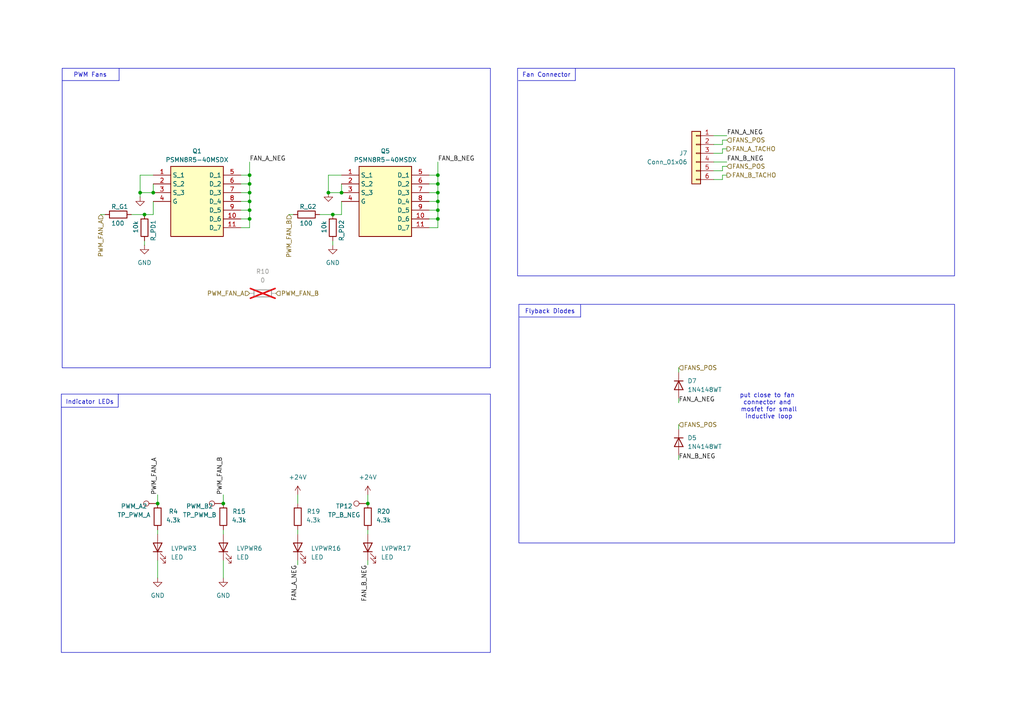
<source format=kicad_sch>
(kicad_sch (version 20250114) (generator "eeschema") (generator_version "9.0")
  (paper "A4")
  (lib_symbols
    (symbol "Connector:TestPoint" (pin_numbers (hide yes)) (pin_names (offset 0.762) (hide yes))
      (property "Reference" "TP" (at 0 6.858 0))
      (property "Value" "TestPoint" (at 0 5.08 0))
      (symbol "TestPoint_0_1"
        (circle (center 0 3.302) (radius 0.762))
      )
      (symbol "TestPoint_1_1"
        (pin passive line (at 0 0 90) (length 2.54) (name "1") (number "1"))
      )
    )
    (symbol "Connector_Generic:Conn_01x06" (pin_names (offset 1.016) (hide yes))
      (property "Reference" "J" (at 0 7.62 0))
      (property "Value" "Conn_01x06" (at 0 -10.16 0))
      (symbol "Conn_01x06_1_1"
        (rectangle (start -1.27 6.35) (end 1.27 -8.89) (stroke (width 0.254)) (fill (type background)))
        (rectangle (start -1.27 5.207) (end 0 4.953) (stroke (width 0.1524)))
        (rectangle (start -1.27 2.667) (end 0 2.413) (stroke (width 0.1524)))
        (rectangle (start -1.27 0.127) (end 0 -0.127) (stroke (width 0.1524)))
        (rectangle (start -1.27 -2.413) (end 0 -2.667) (stroke (width 0.1524)))
        (rectangle (start -1.27 -4.953) (end 0 -5.207) (stroke (width 0.1524)))
        (rectangle (start -1.27 -7.493) (end 0 -7.747) (stroke (width 0.1524)))
        (pin passive line (at -5.08 5.08 0) (length 3.81) (name "Pin_1") (number "1"))
        (pin passive line (at -5.08 2.54 0) (length 3.81) (name "Pin_2") (number "2"))
        (pin passive line (at -5.08 0 0) (length 3.81) (name "Pin_3") (number "3"))
        (pin passive line (at -5.08 -2.54 0) (length 3.81) (name "Pin_4") (number "4"))
        (pin passive line (at -5.08 -5.08 0) (length 3.81) (name "Pin_5") (number "5"))
        (pin passive line (at -5.08 -7.62 0) (length 3.81) (name "Pin_6") (number "6"))
      )
    )
    (symbol "Device:LED" (pin_numbers (hide yes)) (pin_names (offset 1.016) (hide yes))
      (property "Reference" "D" (at 0 2.54 0))
      (property "Value" "LED" (at 0 -2.54 0))
      (symbol "LED_0_1"
        (polyline (pts (xy -3.048 -0.762) (xy -4.572 -2.286) (xy -3.81 -2.286) (xy -4.572 -2.286) (xy -4.572 -1.524)))
        (polyline (pts (xy -1.778 -0.762) (xy -3.302 -2.286) (xy -2.54 -2.286) (xy -3.302 -2.286) (xy -3.302 -1.524)))
        (polyline (pts (xy -1.27 0) (xy 1.27 0)))
        (polyline (pts (xy -1.27 -1.27) (xy -1.27 1.27)) (stroke (width 0.254)))
        (polyline (pts (xy 1.27 -1.27) (xy 1.27 1.27) (xy -1.27 0) (xy 1.27 -1.27)) (stroke (width 0.254)))
      )
      (symbol "LED_1_1"
        (pin passive line (at -3.81 0 0) (length 2.54) (name "K") (number "1"))
        (pin passive line (at 3.81 0 180) (length 2.54) (name "A") (number "2"))
      )
    )
    (symbol "Device:R" (pin_numbers (hide yes)) (pin_names (offset 0))
      (property "Reference" "R" (at 2.032 0 90))
      (property "Value" "R" (at 0 0 90))
      (symbol "R_0_1"
        (rectangle (start -1.016 -2.54) (end 1.016 2.54) (stroke (width 0.254)))
      )
      (symbol "R_1_1"
        (pin passive line (at 0 3.81 270) (length 1.27) (name "~") (number "1"))
        (pin passive line (at 0 -3.81 90) (length 1.27) (name "~") (number "2"))
      )
    )
    (symbol "Diode:1N4148WT" (pin_numbers (hide yes)) (pin_names (hide yes))
      (property "Reference" "D" (at 0 2.54 0))
      (property "Value" "1N4148WT" (at 0 -2.54 0))
      (symbol "1N4148WT_0_1"
        (polyline (pts (xy -1.27 1.27) (xy -1.27 -1.27)) (stroke (width 0.254)))
        (polyline (pts (xy 1.27 1.27) (xy 1.27 -1.27) (xy -1.27 0) (xy 1.27 1.27)) (stroke (width 0.254)))
        (polyline (pts (xy 1.27 0) (xy -1.27 0)))
      )
      (symbol "1N4148WT_1_1"
        (pin passive line (at -3.81 0 0) (length 2.54) (name "K") (number "1"))
        (pin passive line (at 3.81 0 180) (length 2.54) (name "A") (number "2"))
      )
    )
    (symbol "UTSVT_Power:PSMN8R5-40MSDX"
      (property "Reference" "Q" (at 21.59 7.62 0))
      (property "Value" "PSMN8R5-40MSDX" (at 21.59 5.08 0))
      (symbol "PSMN8R5-40MSDX_1_1"
        (rectangle (start 5.08 2.54) (end 20.32 -17.78) (stroke (width 0.254)) (fill (type background)))
        (pin passive line (at 0 0 0) (length 5.08) (name "S_1") (number "1"))
        (pin passive line (at 0 -2.54 0) (length 5.08) (name "S_2") (number "2"))
        (pin passive line (at 0 -5.08 0) (length 5.08) (name "S_3") (number "3"))
        (pin passive line (at 0 -7.62 0) (length 5.08) (name "G") (number "4"))
        (pin passive line (at 25.4 0 180) (length 5.08) (name "D_1") (number "5"))
        (pin passive line (at 25.4 -2.54 180) (length 5.08) (name "D_2") (number "6"))
        (pin passive line (at 25.4 -5.08 180) (length 5.08) (name "D_3") (number "7"))
        (pin passive line (at 25.4 -7.62 180) (length 5.08) (name "D_4") (number "8"))
        (pin passive line (at 25.4 -10.16 180) (length 5.08) (name "D_5") (number "9"))
        (pin passive line (at 25.4 -12.7 180) (length 5.08) (name "D_6") (number "10"))
        (pin passive line (at 25.4 -15.24 180) (length 5.08) (name "D_7") (number "11"))
      )
    )
    (symbol "power:+24V" (power) (pin_numbers (hide yes)) (pin_names (offset 0) (hide yes))
      (property "Value" "+24V" (at 0 3.556 0))
      (symbol "+24V_0_1"
        (polyline (pts (xy -0.762 1.27) (xy 0 2.54)))
        (polyline (pts (xy 0 2.54) (xy 0.762 1.27)))
        (polyline (pts (xy 0 0) (xy 0 2.54)))
      )
      (symbol "+24V_1_1"
        (pin power_in line (at 0 0 90) (length 0) (name "~") (number "1"))
      )
    )
    (symbol "power:GND" (power) (pin_numbers (hide yes)) (pin_names (offset 0) (hide yes))
      (property "Value" "GND" (at 0 -3.81 0))
      (symbol "GND_0_1"
        (polyline (pts (xy 0 0) (xy 0 -1.27) (xy 1.27 -1.27) (xy 0 -2.54) (xy -1.27 -1.27) (xy 0 -1.27)))
      )
      (symbol "GND_1_1"
        (pin power_in line (at 0 0 270) (length 0) (name "~") (number "1"))
      )
    )
  )
  (rectangle (start 18.034 19.812) (end 142.24 106.68))
  (rectangle (start 150.495 88.265) (end 276.86 157.48))
  (rectangle (start 150.114 19.812) (end 276.86 80.01))
  (rectangle (start 17.78 114.3) (end 142.24 189.23))
  (text "Fan Connector" (at 158.496 21.844 0) (effects (font (size 1.27 1.27))))
  (text "Indicator LEDs" (at 26.035 116.713 0) (effects (font (size 1.27 1.27))))
  (text "Flyback Diodes" (at 159.512 90.424 0) (effects (font (size 1.27 1.27))))
  (text "PWM Fans" (at 26.162 21.844 0) (effects (font (size 1.27 1.27))))
  (text "put close to fan \nconnector and \nmosfet for small\ninductive loop" (at 223.012 117.856 0) (effects (font (size 1.27 1.27))))
  (junction (at 127 50.8))
  (junction (at 44.45 55.88))
  (junction (at 127 55.88))
  (junction (at 96.52 62.23))
  (junction (at 72.39 58.42))
  (junction (at 64.77 146.05))
  (junction (at 127 60.96))
  (junction (at 41.91 62.23))
  (junction (at 72.39 55.88))
  (junction (at 72.39 60.96))
  (junction (at 72.39 50.8))
  (junction (at 72.39 63.5))
  (junction (at 127 53.34))
  (junction (at 72.39 53.34))
  (junction (at 99.06 55.88))
  (junction (at 127 58.42))
  (junction (at 40.64 55.88))
  (junction (at 45.72 146.05))
  (junction (at 95.25 55.88))
  (junction (at 127 63.5))
  (junction (at 106.68 146.05))
  (wire (pts (xy 106.68 163.83) (xy 106.68 162.56)))
  (wire (pts (xy 124.46 60.96) (xy 127 60.96)))
  (wire (pts (xy 69.85 58.42) (xy 72.39 58.42)))
  (wire (pts (xy 40.64 55.88) (xy 40.64 57.15)))
  (wire (pts (xy 209.55 50.8) (xy 209.55 52.07)))
  (wire (pts (xy 207.01 39.37) (xy 210.82 39.37)))
  (wire (pts (xy 127 58.42) (xy 127 60.96)))
  (wire (pts (xy 209.55 48.26) (xy 209.55 49.53)))
  (wire (pts (xy 127 60.96) (xy 127 63.5)))
  (wire (pts (xy 72.39 63.5) (xy 72.39 66.04)))
  (polyline (pts (xy 150.622 91.948) (xy 168.402 91.948)))
  (wire (pts (xy 41.91 62.23) (xy 44.45 62.23)))
  (polyline (pts (xy 168.402 88.392) (xy 168.402 91.948)))
  (wire (pts (xy 124.46 63.5) (xy 127 63.5)))
  (wire (pts (xy 69.85 53.34) (xy 72.39 53.34)))
  (wire (pts (xy 72.39 66.04) (xy 69.85 66.04)))
  (wire (pts (xy 207.01 46.99) (xy 210.82 46.99)))
  (wire (pts (xy 69.85 55.88) (xy 72.39 55.88)))
  (wire (pts (xy 209.55 40.64) (xy 209.55 41.91)))
  (wire (pts (xy 127 55.88) (xy 127 58.42)))
  (wire (pts (xy 86.36 163.83) (xy 86.36 162.56)))
  (wire (pts (xy 45.72 153.67) (xy 45.72 154.94)))
  (wire (pts (xy 209.55 50.8) (xy 210.82 50.8)))
  (wire (pts (xy 209.55 48.26) (xy 210.82 48.26)))
  (wire (pts (xy 44.45 50.8) (xy 40.64 50.8)))
  (polyline (pts (xy 166.878 19.812) (xy 166.878 23.368)))
  (wire (pts (xy 64.77 143.51) (xy 64.77 146.05)))
  (wire (pts (xy 124.46 58.42) (xy 127 58.42)))
  (wire (pts (xy 196.85 106.68) (xy 196.85 107.95)))
  (polyline (pts (xy 34.29 114.3) (xy 34.29 118.11)))
  (wire (pts (xy 45.72 162.56) (xy 45.72 167.64)))
  (wire (pts (xy 72.39 46.99) (xy 72.39 50.8)))
  (wire (pts (xy 44.45 53.34) (xy 44.45 55.88)))
  (wire (pts (xy 40.64 55.88) (xy 44.45 55.88)))
  (wire (pts (xy 44.45 58.42) (xy 44.45 62.23)))
  (wire (pts (xy 69.85 50.8) (xy 72.39 50.8)))
  (wire (pts (xy 83.82 62.23) (xy 85.09 62.23)))
  (wire (pts (xy 72.39 53.34) (xy 72.39 55.88)))
  (wire (pts (xy 96.52 62.23) (xy 99.06 62.23)))
  (wire (pts (xy 106.68 154.94) (xy 106.68 153.67)))
  (wire (pts (xy 69.85 60.96) (xy 72.39 60.96)))
  (wire (pts (xy 127 63.5) (xy 127 66.04)))
  (wire (pts (xy 196.85 133.35) (xy 196.85 132.08)))
  (wire (pts (xy 99.06 50.8) (xy 95.25 50.8)))
  (wire (pts (xy 127 46.99) (xy 127 50.8)))
  (wire (pts (xy 209.55 40.64) (xy 210.82 40.64)))
  (wire (pts (xy 86.36 146.05) (xy 86.36 143.51)))
  (wire (pts (xy 72.39 50.8) (xy 72.39 53.34)))
  (wire (pts (xy 41.91 69.85) (xy 41.91 71.12)))
  (wire (pts (xy 127 53.34) (xy 127 55.88)))
  (wire (pts (xy 209.55 44.45) (xy 207.01 44.45)))
  (wire (pts (xy 40.64 50.8) (xy 40.64 55.88)))
  (wire (pts (xy 124.46 53.34) (xy 127 53.34)))
  (wire (pts (xy 209.55 52.07) (xy 207.01 52.07)))
  (polyline (pts (xy 150.368 23.368) (xy 166.878 23.368)))
  (wire (pts (xy 209.55 49.53) (xy 207.01 49.53)))
  (polyline (pts (xy 17.78 118.11) (xy 34.29 118.11)))
  (wire (pts (xy 92.71 62.23) (xy 96.52 62.23)))
  (wire (pts (xy 96.52 69.85) (xy 96.52 71.12)))
  (wire (pts (xy 64.77 162.56) (xy 64.77 167.64)))
  (wire (pts (xy 196.85 116.84) (xy 196.85 115.57)))
  (wire (pts (xy 124.46 55.88) (xy 127 55.88)))
  (polyline (pts (xy 34.544 19.812) (xy 34.544 23.368)))
  (polyline (pts (xy 18.034 23.368) (xy 34.544 23.368)))
  (wire (pts (xy 209.55 43.18) (xy 210.82 43.18)))
  (wire (pts (xy 127 50.8) (xy 127 53.34)))
  (wire (pts (xy 38.1 62.23) (xy 41.91 62.23)))
  (wire (pts (xy 29.21 62.23) (xy 30.48 62.23)))
  (wire (pts (xy 106.68 143.51) (xy 106.68 146.05)))
  (wire (pts (xy 72.39 58.42) (xy 72.39 60.96)))
  (wire (pts (xy 95.25 50.8) (xy 95.25 55.88)))
  (wire (pts (xy 209.55 41.91) (xy 207.01 41.91)))
  (wire (pts (xy 45.72 143.51) (xy 45.72 146.05)))
  (wire (pts (xy 72.39 55.88) (xy 72.39 58.42)))
  (wire (pts (xy 99.06 53.34) (xy 99.06 55.88)))
  (wire (pts (xy 196.85 123.19) (xy 196.85 124.46)))
  (wire (pts (xy 86.36 154.94) (xy 86.36 153.67)))
  (wire (pts (xy 95.25 55.88) (xy 99.06 55.88)))
  (wire (pts (xy 99.06 58.42) (xy 99.06 62.23)))
  (wire (pts (xy 69.85 63.5) (xy 72.39 63.5)))
  (wire (pts (xy 127 66.04) (xy 124.46 66.04)))
  (wire (pts (xy 124.46 50.8) (xy 127 50.8)))
  (wire (pts (xy 209.55 43.18) (xy 209.55 44.45)))
  (wire (pts (xy 72.39 60.96) (xy 72.39 63.5)))
  (wire (pts (xy 64.77 153.67) (xy 64.77 154.94)))
  (label "FAN_A_NEG" (at 210.82 39.37 0))
  (label "FAN_B_NEG" (at 196.85 133.35 0))
  (label "PWM_FAN_B" (at 64.77 143.51 90))
  (label "FAN_B_NEG" (at 210.82 46.99 0))
  (label "FAN_B_NEG" (at 106.68 163.83 270))
  (label "FAN_A_NEG" (at 86.36 163.83 270))
  (label "FAN_B_NEG" (at 127 46.99 0))
  (label "PWM_FAN_A" (at 45.72 143.51 90))
  (label "FAN_A_NEG" (at 72.39 46.99 0))
  (label "FAN_A_NEG" (at 196.85 116.84 0))
  (hierarchical_label "FANS_POS" (shape input) (at 196.85 106.68 0))
  (hierarchical_label "PWM_FAN_B" (shape input) (at 83.82 62.23 270))
  (hierarchical_label "FAN_B_TACHO" (shape output) (at 210.82 50.8 0))
  (hierarchical_label "PWM_FAN_B" (shape input) (at 80.01 85.09 0))
  (hierarchical_label "FANS_POS" (shape input) (at 210.82 40.64 0))
  (hierarchical_label "PWM_FAN_A" (shape input) (at 72.39 85.09 180))
  (hierarchical_label "FANS_POS" (shape input) (at 210.82 48.26 0))
  (hierarchical_label "PWM_FAN_A" (shape input) (at 29.21 62.23 270))
  (hierarchical_label "FANS_POS" (shape input) (at 196.85 123.19 0))
  (hierarchical_label "FAN_A_TACHO" (shape output) (at 210.82 43.18 0))
  (symbol (lib_id "Device:R") (at 96.52 66.04 180) (unit 1)
    (property "Reference" "R_PD2" (at 99.06 63.754 90) (effects (justify left)))
    (property "Value" "10k" (at 93.98 64.008 90) (effects (justify left)))
    (property "Footprint" "Resistor_SMD:R_0603_1608Metric_Pad0.98x0.95mm_HandSolder" (effects (hide yes)))
    (property "Description" "Resistor" (effects (hide yes)))
    (property "Manufacturer_Part_Number" "CRCW060310K0FKEI " (effects (hide yes)))
  )
  (symbol (lib_id "UTSVT_Power:PSMN8R5-40MSDX") (at 44.45 50.8 0) (unit 1)
    (property "Reference" "Q1" (at 57.15 43.815 0))
    (property "Value" "PSMN8R5-40MSDX" (at 57.15 46.355 0))
    (property "Footprint" "UTSVT_Power:PSMN8R5-40MSDX" (effects (hide yes)))
    (property "Datasheet" "https://assets.nexperia.com/documents/data-sheet/PSMN8R5-40MSD.pdf" (effects (hide yes)))
    (property "Description" "MOSFETs PSMN8R5-40MSD/SOT1210/mLFPAK" (effects (hide yes)))
    (property "Height" "1" (effects (hide yes)))
    (property "Mouser Part Number" "771-PSMN8R5-40MSDX" (effects (hide yes)))
    (property "Mouser Price/Stock" "https://www.mouser.co.uk/ProductDetail/Nexperia/PSMN8R5-40MSDX?qs=vHuUswq2%252BswjdnYdBdHaPw%3D%3D" (effects (hide yes)))
    (property "Manufacturer_Name" "Nexperia" (effects (hide yes)))
    (property "Manufacturer_Part_Number" "PSMN8R5-40MSDX" (effects (hide yes)))
  )
  (symbol (lib_id "Device:LED") (at 86.36 158.75 90) (unit 1)
    (property "Reference" "LVPWR16" (at 90.17 159.0674 90) (effects (justify right)))
    (property "Value" "LED" (at 90.17 161.6074 90) (effects (justify right)))
    (property "Footprint" "LED_SMD:LED_0603_1608Metric" (effects (hide yes)))
    (property "Description" "Light emitting diode" (effects (hide yes)))
    (property "Sim.Pins" "1=K 2=A" (effects (hide yes)))
  )
  (symbol (lib_id "power:GND") (at 41.91 71.12 0) (unit 1)
    (property "Reference" "#PWR019" (effects (hide yes)))
    (property "Value" "GND" (at 41.91 76.2 0))
    (property "Description" "Power symbol creates a global label with name \"GND\" , ground" (effects (hide yes)))
  )
  (symbol (lib_id "power:GND") (at 96.52 71.12 0) (unit 1)
    (property "Reference" "#PWR08" (effects (hide yes)))
    (property "Value" "GND" (at 96.52 76.2 0))
    (property "Description" "Power symbol creates a global label with name \"GND\" , ground" (effects (hide yes)))
  )
  (symbol (lib_id "power:+24V") (at 106.68 143.51 0) (unit 1)
    (property "Reference" "#PWR062" (effects (hide yes)))
    (property "Value" "+24V" (at 106.68 138.43 0))
    (property "Description" "Power symbol creates a global label with name \"+24V\"" (effects (hide yes)))
  )
  (symbol (lib_id "Device:R") (at 106.68 149.86 180) (unit 1)
    (property "Reference" "R20" (at 111.252 148.336 0))
    (property "Value" "4.3k" (at 111.252 150.876 0))
    (property "Footprint" "Resistor_SMD:R_0603_1608Metric_Pad0.98x0.95mm_HandSolder" (effects (hide yes)))
    (property "Description" "Resistor" (effects (hide yes)))
    (property "Manufacturer_Part_Number" "CRCW06034K30FKEA" (effects (hide yes)))
  )
  (symbol (lib_id "Device:LED") (at 64.77 158.75 90) (unit 1)
    (property "Reference" "LVPWR6" (at 68.58 159.0674 90) (effects (justify right)))
    (property "Value" "LED" (at 68.58 161.6074 90) (effects (justify right)))
    (property "Footprint" "LED_SMD:LED_0603_1608Metric" (effects (hide yes)))
    (property "Description" "Light emitting diode" (effects (hide yes)))
    (property "Sim.Pins" "1=K 2=A" (effects (hide yes)))
  )
  (symbol (lib_id "power:GND") (at 40.64 57.15 0) (unit 1)
    (property "Reference" "#PWR055" (effects (hide yes)))
    (property "Value" "GND" (effects (hide yes)))
    (property "Description" "Power symbol creates a global label with name \"GND\" , ground" (effects (hide yes)))
  )
  (symbol (lib_id "power:GND") (at 64.77 167.64 0) (unit 1)
    (property "Reference" "#PWR035" (effects (hide yes)))
    (property "Value" "GND" (at 64.77 172.72 0))
    (property "Description" "Power symbol creates a global label with name \"GND\" , ground" (effects (hide yes)))
  )
  (symbol (lib_id "Device:R") (at 34.29 62.23 270) (unit 1)
    (property "Reference" "R_G1" (at 32.258 59.944 90) (effects (justify left)))
    (property "Value" "100" (at 32.258 64.77 90) (effects (justify left)))
    (property "Footprint" "Resistor_SMD:R_0603_1608Metric_Pad0.98x0.95mm_HandSolder" (effects (hide yes)))
    (property "Description" "Resistor" (effects (hide yes)))
    (property "Manufacturer_Part_Number" "CRCW0603120RFKEC " (effects (hide yes)))
  )
  (symbol (lib_id "Device:R") (at 64.77 149.86 180) (unit 1)
    (property "Reference" "R15" (at 69.342 148.336 0))
    (property "Value" "4.3k" (at 69.342 150.876 0))
    (property "Footprint" "Resistor_SMD:R_0603_1608Metric_Pad0.98x0.95mm_HandSolder" (effects (hide yes)))
    (property "Description" "Resistor" (effects (hide yes)))
    (property "Manufacturer_Part_Number" "CRCW06034K30FKEA" (effects (hide yes)))
  )
  (symbol (lib_id "Device:R") (at 88.9 62.23 270) (unit 1)
    (property "Reference" "R_G2" (at 86.868 59.944 90) (effects (justify left)))
    (property "Value" "100" (at 86.868 64.77 90) (effects (justify left)))
    (property "Footprint" "Resistor_SMD:R_0603_1608Metric_Pad0.98x0.95mm_HandSolder" (effects (hide yes)))
    (property "Description" "Resistor" (effects (hide yes)))
    (property "Manufacturer_Part_Number" "CRCW0603120RFKEC " (effects (hide yes)))
  )
  (symbol (lib_id "Connector:TestPoint") (at 106.68 146.05 90) (unit 1) (in_bom no)
    (property "Reference" "TP12" (at 99.822 146.812 90))
    (property "Value" "TP_B_NEG" (at 99.822 149.352 90))
    (property "Footprint" "TestPoint:TestPoint_Pad_1.0x1.0mm" (effects (hide yes)))
    (property "Description" "test point" (effects (hide yes)))
  )
  (symbol (lib_id "Diode:1N4148WT") (at 196.85 111.76 270) (unit 1)
    (property "Reference" "D7" (at 199.39 110.4899 90) (effects (justify left)))
    (property "Value" "1N4148WT" (at 199.39 113.0299 90) (effects (justify left)))
    (property "Footprint" "Diode_SMD:D_SOD-523" (effects (hide yes)))
    (property "Datasheet" "https://www.diodes.com/assets/Datasheets/ds30396.pdf" (effects (hide yes)))
    (property "Description" "75V 0.15A Fast switching Diode, SOD-523" (effects (hide yes)))
    (property "Sim.Device" "D" (effects (hide yes)))
    (property "Sim.Pins" "1=K 2=A" (effects (hide yes)))
    (property "Manufacturer_Part_Number" "NCD0603R1" (effects (hide yes)))
    (property "Mouser Part Number" "637-1N4148WT" (effects (hide yes)))
  )
  (symbol (lib_id "Device:LED") (at 45.72 158.75 90) (unit 1)
    (property "Reference" "LVPWR3" (at 49.53 159.0674 90) (effects (justify right)))
    (property "Value" "LED" (at 49.53 161.6074 90) (effects (justify right)))
    (property "Footprint" "LED_SMD:LED_0603_1608Metric" (effects (hide yes)))
    (property "Description" "Light emitting diode" (effects (hide yes)))
    (property "Sim.Pins" "1=K 2=A" (effects (hide yes)))
  )
  (symbol (lib_id "power:+24V") (at 86.36 143.51 0) (unit 1)
    (property "Reference" "#PWR061" (effects (hide yes)))
    (property "Value" "+24V" (at 86.36 138.43 0))
    (property "Description" "Power symbol creates a global label with name \"+24V\"" (effects (hide yes)))
  )
  (symbol (lib_id "Connector:TestPoint") (at 45.72 146.05 90) (unit 1) (in_bom no)
    (property "Reference" "PWM_A2" (at 38.862 146.812 90))
    (property "Value" "TP_PWM_A" (at 38.862 149.352 90))
    (property "Footprint" "TestPoint:TestPoint_Pad_1.0x1.0mm" (effects (hide yes)))
    (property "Description" "test point" (effects (hide yes)))
  )
  (symbol (lib_id "Device:R") (at 45.72 149.86 180) (unit 1)
    (property "Reference" "R4" (at 50.292 148.336 0))
    (property "Value" "4.3k" (at 50.292 150.876 0))
    (property "Footprint" "Resistor_SMD:R_0603_1608Metric_Pad0.98x0.95mm_HandSolder" (effects (hide yes)))
    (property "Description" "Resistor" (effects (hide yes)))
    (property "Manufacturer_Part_Number" "CRCW06034K30FKEA" (effects (hide yes)))
  )
  (symbol (lib_id "Device:R") (at 86.36 149.86 180) (unit 1)
    (property "Reference" "R19" (at 90.932 148.336 0))
    (property "Value" "4.3k" (at 90.932 150.876 0))
    (property "Footprint" "Resistor_SMD:R_0603_1608Metric_Pad0.98x0.95mm_HandSolder" (effects (hide yes)))
    (property "Description" "Resistor" (effects (hide yes)))
    (property "Manufacturer_Part_Number" "CRCW06034K30FKEA" (effects (hide yes)))
  )
  (symbol (lib_id "Device:LED") (at 106.68 158.75 90) (unit 1)
    (property "Reference" "LVPWR17" (at 110.49 159.0674 90) (effects (justify right)))
    (property "Value" "LED" (at 110.49 161.6074 90) (effects (justify right)))
    (property "Footprint" "LED_SMD:LED_0603_1608Metric" (effects (hide yes)))
    (property "Description" "Light emitting diode" (effects (hide yes)))
    (property "Sim.Pins" "1=K 2=A" (effects (hide yes)))
  )
  (symbol (lib_id "Device:R") (at 41.91 66.04 180) (unit 1)
    (property "Reference" "R_PD1" (at 44.45 63.754 90) (effects (justify left)))
    (property "Value" "10k" (at 39.37 64.008 90) (effects (justify left)))
    (property "Footprint" "Resistor_SMD:R_0603_1608Metric_Pad0.98x0.95mm_HandSolder" (effects (hide yes)))
    (property "Description" "Resistor" (effects (hide yes)))
    (property "Manufacturer_Part_Number" "CRCW060310K0FKEI " (effects (hide yes)))
  )
  (symbol (lib_id "Connector_Generic:Conn_01x06") (at 201.93 44.45 0) (mirror y) (unit 1)
    (property "Reference" "J7" (at 199.39 44.4499 0) (effects (justify left)))
    (property "Value" "Conn_01x06" (at 199.39 46.9899 0) (effects (justify left)))
    (property "Footprint" "Connector_Molex:Molex_Nano-Fit_105309-xx06_1x06_P2.50mm_Vertical" (effects (hide yes)))
    (property "Description" "Generic connector, single row, 01x06, script generated (kicad-library-utils/schlib/autogen/connector/)" (effects (hide yes)))
    (property "Mouser Part Number" "538-105309-1206" (effects (hide yes)))
  )
  (symbol (lib_id "power:GND") (at 95.25 55.88 0) (unit 1)
    (property "Reference" "#PWR026" (effects (hide yes)))
    (property "Value" "GND" (effects (hide yes)))
    (property "Description" "Power symbol creates a global label with name \"GND\" , ground" (effects (hide yes)))
  )
  (symbol (lib_id "Diode:1N4148WT") (at 196.85 128.27 270) (unit 1)
    (property "Reference" "D5" (at 199.39 126.9999 90) (effects (justify left)))
    (property "Value" "1N4148WT" (at 199.39 129.5399 90) (effects (justify left)))
    (property "Footprint" "Diode_SMD:D_SOD-523" (effects (hide yes)))
    (property "Datasheet" "https://www.diodes.com/assets/Datasheets/ds30396.pdf" (effects (hide yes)))
    (property "Description" "75V 0.15A Fast switching Diode, SOD-523" (effects (hide yes)))
    (property "Sim.Device" "D" (effects (hide yes)))
    (property "Sim.Pins" "1=K 2=A" (effects (hide yes)))
    (property "Manufacturer_Part_Number" "NCD0603R1" (effects (hide yes)))
    (property "Mouser Part Number" "637-1N4148WT" (effects (hide yes)))
  )
  (symbol (lib_id "Connector:TestPoint") (at 64.77 146.05 90) (unit 1) (in_bom no)
    (property "Reference" "PWM_B2" (at 57.912 146.812 90))
    (property "Value" "TP_PWM_B" (at 57.912 149.352 90))
    (property "Footprint" "TestPoint:TestPoint_Pad_1.0x1.0mm" (effects (hide yes)))
    (property "Description" "test point" (effects (hide yes)))
  )
  (symbol (lib_id "Device:R") (at 76.2 85.09 90) (unit 1) (dnp yes)
    (property "Reference" "R10" (at 76.2 78.74 90))
    (property "Value" "0" (at 76.2 81.28 90))
    (property "Footprint" "Resistor_SMD:R_0603_1608Metric_Pad0.98x0.95mm_HandSolder" (effects (hide yes)))
    (property "Description" "Resistor" (effects (hide yes)))
    (property "Manufacturer_Part_Number" "CRCW06030000Z0EE" (effects (hide yes)))
  )
  (symbol (lib_id "power:GND") (at 45.72 167.64 0) (unit 1)
    (property "Reference" "#PWR016" (effects (hide yes)))
    (property "Value" "GND" (at 45.72 172.72 0))
    (property "Description" "Power symbol creates a global label with name \"GND\" , ground" (effects (hide yes)))
  )
  (symbol (lib_id "UTSVT_Power:PSMN8R5-40MSDX") (at 99.06 50.8 0) (unit 1)
    (property "Reference" "Q5" (at 111.76 43.815 0))
    (property "Value" "PSMN8R5-40MSDX" (at 111.76 46.355 0))
    (property "Footprint" "UTSVT_Power:PSMN8R5-40MSDX" (effects (hide yes)))
    (property "Datasheet" "https://assets.nexperia.com/documents/data-sheet/PSMN8R5-40MSD.pdf" (effects (hide yes)))
    (property "Description" "MOSFETs PSMN8R5-40MSD/SOT1210/mLFPAK" (effects (hide yes)))
    (property "Height" "1" (effects (hide yes)))
    (property "Mouser Part Number" "771-PSMN8R5-40MSDX" (effects (hide yes)))
    (property "Mouser Price/Stock" "https://www.mouser.co.uk/ProductDetail/Nexperia/PSMN8R5-40MSDX?qs=vHuUswq2%252BswjdnYdBdHaPw%3D%3D" (effects (hide yes)))
    (property "Manufacturer_Name" "Nexperia" (effects (hide yes)))
    (property "Manufacturer_Part_Number" "PSMN8R5-40MSDX" (effects (hide yes)))
  )
)
</source>
